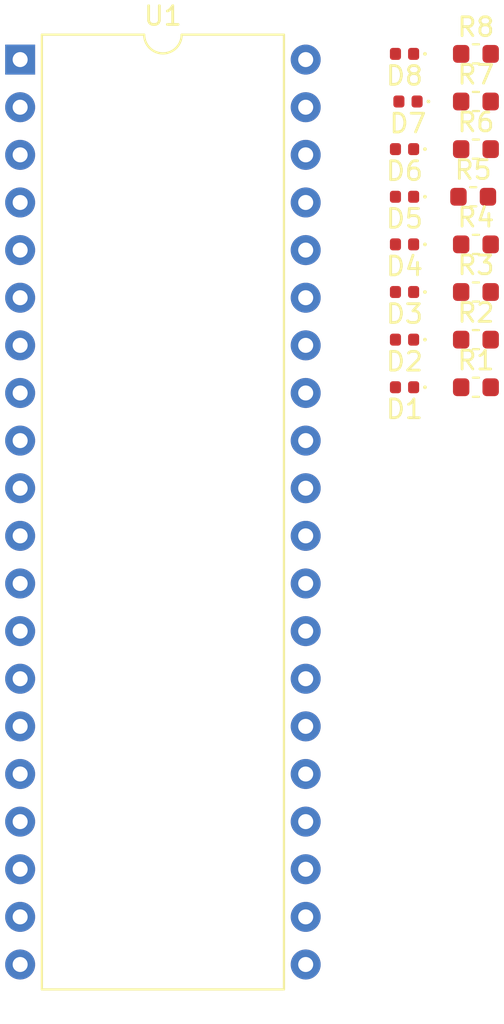
<source format=kicad_pcb>
(kicad_pcb (version 20171130) (host pcbnew "(5.0.0)")

  (general
    (thickness 1.6)
    (drawings 0)
    (tracks 0)
    (zones 0)
    (modules 17)
    (nets 47)
  )

  (page A4)
  (layers
    (0 F.Cu signal)
    (31 B.Cu signal)
    (32 B.Adhes user)
    (33 F.Adhes user)
    (34 B.Paste user)
    (35 F.Paste user)
    (36 B.SilkS user)
    (37 F.SilkS user)
    (38 B.Mask user)
    (39 F.Mask user)
    (40 Dwgs.User user)
    (41 Cmts.User user)
    (42 Eco1.User user)
    (43 Eco2.User user)
    (44 Edge.Cuts user)
    (45 Margin user)
    (46 B.CrtYd user)
    (47 F.CrtYd user)
    (48 B.Fab user)
    (49 F.Fab user)
  )

  (setup
    (last_trace_width 0.25)
    (trace_clearance 0.2)
    (zone_clearance 0.508)
    (zone_45_only no)
    (trace_min 0.2)
    (segment_width 0.2)
    (edge_width 0.15)
    (via_size 0.8)
    (via_drill 0.4)
    (via_min_size 0.4)
    (via_min_drill 0.3)
    (uvia_size 0.3)
    (uvia_drill 0.1)
    (uvias_allowed no)
    (uvia_min_size 0.2)
    (uvia_min_drill 0.1)
    (pcb_text_width 0.3)
    (pcb_text_size 1.5 1.5)
    (mod_edge_width 0.15)
    (mod_text_size 1 1)
    (mod_text_width 0.15)
    (pad_size 1.524 1.524)
    (pad_drill 0.762)
    (pad_to_mask_clearance 0.2)
    (aux_axis_origin 0 0)
    (visible_elements FFFFFF7F)
    (pcbplotparams
      (layerselection 0x010fc_ffffffff)
      (usegerberextensions false)
      (usegerberattributes false)
      (usegerberadvancedattributes false)
      (creategerberjobfile false)
      (excludeedgelayer true)
      (linewidth 0.100000)
      (plotframeref false)
      (viasonmask false)
      (mode 1)
      (useauxorigin false)
      (hpglpennumber 1)
      (hpglpenspeed 20)
      (hpglpendiameter 15.000000)
      (psnegative false)
      (psa4output false)
      (plotreference true)
      (plotvalue true)
      (plotinvisibletext false)
      (padsonsilk false)
      (subtractmaskfromsilk false)
      (outputformat 1)
      (mirror false)
      (drillshape 1)
      (scaleselection 1)
      (outputdirectory ""))
  )

  (net 0 "")
  (net 1 "Net-(D1-Pad2)")
  (net 2 "Net-(D1-Pad1)")
  (net 3 "Net-(D2-Pad1)")
  (net 4 "Net-(D2-Pad2)")
  (net 5 "Net-(D3-Pad2)")
  (net 6 "Net-(D3-Pad1)")
  (net 7 "Net-(D4-Pad1)")
  (net 8 "Net-(D4-Pad2)")
  (net 9 "Net-(D5-Pad2)")
  (net 10 "Net-(D5-Pad1)")
  (net 11 "Net-(D6-Pad1)")
  (net 12 "Net-(D6-Pad2)")
  (net 13 "Net-(D7-Pad2)")
  (net 14 "Net-(D7-Pad1)")
  (net 15 "Net-(D8-Pad1)")
  (net 16 "Net-(D8-Pad2)")
  (net 17 GND)
  (net 18 "Net-(U1-Pad1)")
  (net 19 "Net-(U1-Pad21)")
  (net 20 "Net-(U1-Pad2)")
  (net 21 "Net-(U1-Pad22)")
  (net 22 "Net-(U1-Pad3)")
  (net 23 "Net-(U1-Pad23)")
  (net 24 "Net-(U1-Pad4)")
  (net 25 "Net-(U1-Pad24)")
  (net 26 "Net-(U1-Pad5)")
  (net 27 "Net-(U1-Pad25)")
  (net 28 "Net-(U1-Pad6)")
  (net 29 "Net-(U1-Pad26)")
  (net 30 "Net-(U1-Pad7)")
  (net 31 "Net-(U1-Pad27)")
  (net 32 "Net-(U1-Pad8)")
  (net 33 "Net-(U1-Pad28)")
  (net 34 "Net-(U1-Pad9)")
  (net 35 "Net-(U1-Pad29)")
  (net 36 "Net-(U1-Pad10)")
  (net 37 "Net-(U1-Pad30)")
  (net 38 +5V)
  (net 39 "Net-(U1-Pad13)")
  (net 40 "Net-(U1-Pad14)")
  (net 41 "Net-(U1-Pad15)")
  (net 42 "Net-(U1-Pad16)")
  (net 43 "Net-(U1-Pad17)")
  (net 44 "Net-(U1-Pad18)")
  (net 45 "Net-(U1-Pad19)")
  (net 46 "Net-(U1-Pad20)")

  (net_class Default "Esta es la clase de red por defecto."
    (clearance 0.2)
    (trace_width 0.25)
    (via_dia 0.8)
    (via_drill 0.4)
    (uvia_dia 0.3)
    (uvia_drill 0.1)
    (add_net +5V)
    (add_net GND)
    (add_net "Net-(D1-Pad1)")
    (add_net "Net-(D1-Pad2)")
    (add_net "Net-(D2-Pad1)")
    (add_net "Net-(D2-Pad2)")
    (add_net "Net-(D3-Pad1)")
    (add_net "Net-(D3-Pad2)")
    (add_net "Net-(D4-Pad1)")
    (add_net "Net-(D4-Pad2)")
    (add_net "Net-(D5-Pad1)")
    (add_net "Net-(D5-Pad2)")
    (add_net "Net-(D6-Pad1)")
    (add_net "Net-(D6-Pad2)")
    (add_net "Net-(D7-Pad1)")
    (add_net "Net-(D7-Pad2)")
    (add_net "Net-(D8-Pad1)")
    (add_net "Net-(D8-Pad2)")
    (add_net "Net-(U1-Pad1)")
    (add_net "Net-(U1-Pad10)")
    (add_net "Net-(U1-Pad13)")
    (add_net "Net-(U1-Pad14)")
    (add_net "Net-(U1-Pad15)")
    (add_net "Net-(U1-Pad16)")
    (add_net "Net-(U1-Pad17)")
    (add_net "Net-(U1-Pad18)")
    (add_net "Net-(U1-Pad19)")
    (add_net "Net-(U1-Pad2)")
    (add_net "Net-(U1-Pad20)")
    (add_net "Net-(U1-Pad21)")
    (add_net "Net-(U1-Pad22)")
    (add_net "Net-(U1-Pad23)")
    (add_net "Net-(U1-Pad24)")
    (add_net "Net-(U1-Pad25)")
    (add_net "Net-(U1-Pad26)")
    (add_net "Net-(U1-Pad27)")
    (add_net "Net-(U1-Pad28)")
    (add_net "Net-(U1-Pad29)")
    (add_net "Net-(U1-Pad3)")
    (add_net "Net-(U1-Pad30)")
    (add_net "Net-(U1-Pad4)")
    (add_net "Net-(U1-Pad5)")
    (add_net "Net-(U1-Pad6)")
    (add_net "Net-(U1-Pad7)")
    (add_net "Net-(U1-Pad8)")
    (add_net "Net-(U1-Pad9)")
  )

  (module LED_SMD:LED_0402_1005Metric (layer F.Cu) (tedit 5B301BBE) (tstamp 5BBDA6E4)
    (at 138.43 106.68 180)
    (descr "LED SMD 0402 (1005 Metric), square (rectangular) end terminal, IPC_7351 nominal, (Body size source: http://www.tortai-tech.com/upload/download/2011102023233369053.pdf), generated with kicad-footprint-generator")
    (tags LED)
    (path /5BB1513E)
    (attr smd)
    (fp_text reference D1 (at 0 -1.17 180) (layer F.SilkS)
      (effects (font (size 1 1) (thickness 0.15)))
    )
    (fp_text value LED (at 0 1.17 180) (layer F.Fab)
      (effects (font (size 1 1) (thickness 0.15)))
    )
    (fp_text user %R (at 0 0 180) (layer F.Fab)
      (effects (font (size 0.25 0.25) (thickness 0.04)))
    )
    (fp_line (start 0.93 0.47) (end -0.93 0.47) (layer F.CrtYd) (width 0.05))
    (fp_line (start 0.93 -0.47) (end 0.93 0.47) (layer F.CrtYd) (width 0.05))
    (fp_line (start -0.93 -0.47) (end 0.93 -0.47) (layer F.CrtYd) (width 0.05))
    (fp_line (start -0.93 0.47) (end -0.93 -0.47) (layer F.CrtYd) (width 0.05))
    (fp_line (start -0.3 0.25) (end -0.3 -0.25) (layer F.Fab) (width 0.1))
    (fp_line (start -0.4 0.25) (end -0.4 -0.25) (layer F.Fab) (width 0.1))
    (fp_line (start 0.5 0.25) (end -0.5 0.25) (layer F.Fab) (width 0.1))
    (fp_line (start 0.5 -0.25) (end 0.5 0.25) (layer F.Fab) (width 0.1))
    (fp_line (start -0.5 -0.25) (end 0.5 -0.25) (layer F.Fab) (width 0.1))
    (fp_line (start -0.5 0.25) (end -0.5 -0.25) (layer F.Fab) (width 0.1))
    (fp_circle (center -1.09 0) (end -1.04 0) (layer F.SilkS) (width 0.1))
    (pad 2 smd roundrect (at 0.485 0 180) (size 0.59 0.64) (layers F.Cu F.Paste F.Mask) (roundrect_rratio 0.25)
      (net 1 "Net-(D1-Pad2)"))
    (pad 1 smd roundrect (at -0.485 0 180) (size 0.59 0.64) (layers F.Cu F.Paste F.Mask) (roundrect_rratio 0.25)
      (net 2 "Net-(D1-Pad1)"))
    (model ${KISYS3DMOD}/LED_SMD.3dshapes/LED_0402_1005Metric.wrl
      (at (xyz 0 0 0))
      (scale (xyz 1 1 1))
      (rotate (xyz 0 0 0))
    )
  )

  (module LED_SMD:LED_0402_1005Metric (layer F.Cu) (tedit 5B301BBE) (tstamp 5BBDA6F6)
    (at 138.43 104.14 180)
    (descr "LED SMD 0402 (1005 Metric), square (rectangular) end terminal, IPC_7351 nominal, (Body size source: http://www.tortai-tech.com/upload/download/2011102023233369053.pdf), generated with kicad-footprint-generator")
    (tags LED)
    (path /5BB150C5)
    (attr smd)
    (fp_text reference D2 (at 0 -1.17 180) (layer F.SilkS)
      (effects (font (size 1 1) (thickness 0.15)))
    )
    (fp_text value LED (at 0 1.17 180) (layer F.Fab)
      (effects (font (size 1 1) (thickness 0.15)))
    )
    (fp_circle (center -1.09 0) (end -1.04 0) (layer F.SilkS) (width 0.1))
    (fp_line (start -0.5 0.25) (end -0.5 -0.25) (layer F.Fab) (width 0.1))
    (fp_line (start -0.5 -0.25) (end 0.5 -0.25) (layer F.Fab) (width 0.1))
    (fp_line (start 0.5 -0.25) (end 0.5 0.25) (layer F.Fab) (width 0.1))
    (fp_line (start 0.5 0.25) (end -0.5 0.25) (layer F.Fab) (width 0.1))
    (fp_line (start -0.4 0.25) (end -0.4 -0.25) (layer F.Fab) (width 0.1))
    (fp_line (start -0.3 0.25) (end -0.3 -0.25) (layer F.Fab) (width 0.1))
    (fp_line (start -0.93 0.47) (end -0.93 -0.47) (layer F.CrtYd) (width 0.05))
    (fp_line (start -0.93 -0.47) (end 0.93 -0.47) (layer F.CrtYd) (width 0.05))
    (fp_line (start 0.93 -0.47) (end 0.93 0.47) (layer F.CrtYd) (width 0.05))
    (fp_line (start 0.93 0.47) (end -0.93 0.47) (layer F.CrtYd) (width 0.05))
    (fp_text user %R (at 0 0 180) (layer F.Fab)
      (effects (font (size 0.25 0.25) (thickness 0.04)))
    )
    (pad 1 smd roundrect (at -0.485 0 180) (size 0.59 0.64) (layers F.Cu F.Paste F.Mask) (roundrect_rratio 0.25)
      (net 3 "Net-(D2-Pad1)"))
    (pad 2 smd roundrect (at 0.485 0 180) (size 0.59 0.64) (layers F.Cu F.Paste F.Mask) (roundrect_rratio 0.25)
      (net 4 "Net-(D2-Pad2)"))
    (model ${KISYS3DMOD}/LED_SMD.3dshapes/LED_0402_1005Metric.wrl
      (at (xyz 0 0 0))
      (scale (xyz 1 1 1))
      (rotate (xyz 0 0 0))
    )
  )

  (module LED_SMD:LED_0402_1005Metric (layer F.Cu) (tedit 5B301BBE) (tstamp 5BBDA708)
    (at 138.43 101.6 180)
    (descr "LED SMD 0402 (1005 Metric), square (rectangular) end terminal, IPC_7351 nominal, (Body size source: http://www.tortai-tech.com/upload/download/2011102023233369053.pdf), generated with kicad-footprint-generator")
    (tags LED)
    (path /5BB14E7C)
    (attr smd)
    (fp_text reference D3 (at 0 -1.17 180) (layer F.SilkS)
      (effects (font (size 1 1) (thickness 0.15)))
    )
    (fp_text value LED (at 0 1.17 180) (layer F.Fab)
      (effects (font (size 1 1) (thickness 0.15)))
    )
    (fp_text user %R (at 0 0 180) (layer F.Fab)
      (effects (font (size 0.25 0.25) (thickness 0.04)))
    )
    (fp_line (start 0.93 0.47) (end -0.93 0.47) (layer F.CrtYd) (width 0.05))
    (fp_line (start 0.93 -0.47) (end 0.93 0.47) (layer F.CrtYd) (width 0.05))
    (fp_line (start -0.93 -0.47) (end 0.93 -0.47) (layer F.CrtYd) (width 0.05))
    (fp_line (start -0.93 0.47) (end -0.93 -0.47) (layer F.CrtYd) (width 0.05))
    (fp_line (start -0.3 0.25) (end -0.3 -0.25) (layer F.Fab) (width 0.1))
    (fp_line (start -0.4 0.25) (end -0.4 -0.25) (layer F.Fab) (width 0.1))
    (fp_line (start 0.5 0.25) (end -0.5 0.25) (layer F.Fab) (width 0.1))
    (fp_line (start 0.5 -0.25) (end 0.5 0.25) (layer F.Fab) (width 0.1))
    (fp_line (start -0.5 -0.25) (end 0.5 -0.25) (layer F.Fab) (width 0.1))
    (fp_line (start -0.5 0.25) (end -0.5 -0.25) (layer F.Fab) (width 0.1))
    (fp_circle (center -1.09 0) (end -1.04 0) (layer F.SilkS) (width 0.1))
    (pad 2 smd roundrect (at 0.485 0 180) (size 0.59 0.64) (layers F.Cu F.Paste F.Mask) (roundrect_rratio 0.25)
      (net 5 "Net-(D3-Pad2)"))
    (pad 1 smd roundrect (at -0.485 0 180) (size 0.59 0.64) (layers F.Cu F.Paste F.Mask) (roundrect_rratio 0.25)
      (net 6 "Net-(D3-Pad1)"))
    (model ${KISYS3DMOD}/LED_SMD.3dshapes/LED_0402_1005Metric.wrl
      (at (xyz 0 0 0))
      (scale (xyz 1 1 1))
      (rotate (xyz 0 0 0))
    )
  )

  (module LED_SMD:LED_0402_1005Metric (layer F.Cu) (tedit 5B301BBE) (tstamp 5BBDA71A)
    (at 138.43 99.06 180)
    (descr "LED SMD 0402 (1005 Metric), square (rectangular) end terminal, IPC_7351 nominal, (Body size source: http://www.tortai-tech.com/upload/download/2011102023233369053.pdf), generated with kicad-footprint-generator")
    (tags LED)
    (path /5BB14EED)
    (attr smd)
    (fp_text reference D4 (at 0 -1.17 180) (layer F.SilkS)
      (effects (font (size 1 1) (thickness 0.15)))
    )
    (fp_text value LED (at 0 1.17 180) (layer F.Fab)
      (effects (font (size 1 1) (thickness 0.15)))
    )
    (fp_circle (center -1.09 0) (end -1.04 0) (layer F.SilkS) (width 0.1))
    (fp_line (start -0.5 0.25) (end -0.5 -0.25) (layer F.Fab) (width 0.1))
    (fp_line (start -0.5 -0.25) (end 0.5 -0.25) (layer F.Fab) (width 0.1))
    (fp_line (start 0.5 -0.25) (end 0.5 0.25) (layer F.Fab) (width 0.1))
    (fp_line (start 0.5 0.25) (end -0.5 0.25) (layer F.Fab) (width 0.1))
    (fp_line (start -0.4 0.25) (end -0.4 -0.25) (layer F.Fab) (width 0.1))
    (fp_line (start -0.3 0.25) (end -0.3 -0.25) (layer F.Fab) (width 0.1))
    (fp_line (start -0.93 0.47) (end -0.93 -0.47) (layer F.CrtYd) (width 0.05))
    (fp_line (start -0.93 -0.47) (end 0.93 -0.47) (layer F.CrtYd) (width 0.05))
    (fp_line (start 0.93 -0.47) (end 0.93 0.47) (layer F.CrtYd) (width 0.05))
    (fp_line (start 0.93 0.47) (end -0.93 0.47) (layer F.CrtYd) (width 0.05))
    (fp_text user %R (at 0 0 180) (layer F.Fab)
      (effects (font (size 0.25 0.25) (thickness 0.04)))
    )
    (pad 1 smd roundrect (at -0.485 0 180) (size 0.59 0.64) (layers F.Cu F.Paste F.Mask) (roundrect_rratio 0.25)
      (net 7 "Net-(D4-Pad1)"))
    (pad 2 smd roundrect (at 0.485 0 180) (size 0.59 0.64) (layers F.Cu F.Paste F.Mask) (roundrect_rratio 0.25)
      (net 8 "Net-(D4-Pad2)"))
    (model ${KISYS3DMOD}/LED_SMD.3dshapes/LED_0402_1005Metric.wrl
      (at (xyz 0 0 0))
      (scale (xyz 1 1 1))
      (rotate (xyz 0 0 0))
    )
  )

  (module LED_SMD:LED_0402_1005Metric (layer F.Cu) (tedit 5B301BBE) (tstamp 5BBDA72C)
    (at 138.43 96.52 180)
    (descr "LED SMD 0402 (1005 Metric), square (rectangular) end terminal, IPC_7351 nominal, (Body size source: http://www.tortai-tech.com/upload/download/2011102023233369053.pdf), generated with kicad-footprint-generator")
    (tags LED)
    (path /5BB14F46)
    (attr smd)
    (fp_text reference D5 (at 0 -1.17 180) (layer F.SilkS)
      (effects (font (size 1 1) (thickness 0.15)))
    )
    (fp_text value LED (at 0 1.17 180) (layer F.Fab)
      (effects (font (size 1 1) (thickness 0.15)))
    )
    (fp_text user %R (at 0 0 180) (layer F.Fab)
      (effects (font (size 0.25 0.25) (thickness 0.04)))
    )
    (fp_line (start 0.93 0.47) (end -0.93 0.47) (layer F.CrtYd) (width 0.05))
    (fp_line (start 0.93 -0.47) (end 0.93 0.47) (layer F.CrtYd) (width 0.05))
    (fp_line (start -0.93 -0.47) (end 0.93 -0.47) (layer F.CrtYd) (width 0.05))
    (fp_line (start -0.93 0.47) (end -0.93 -0.47) (layer F.CrtYd) (width 0.05))
    (fp_line (start -0.3 0.25) (end -0.3 -0.25) (layer F.Fab) (width 0.1))
    (fp_line (start -0.4 0.25) (end -0.4 -0.25) (layer F.Fab) (width 0.1))
    (fp_line (start 0.5 0.25) (end -0.5 0.25) (layer F.Fab) (width 0.1))
    (fp_line (start 0.5 -0.25) (end 0.5 0.25) (layer F.Fab) (width 0.1))
    (fp_line (start -0.5 -0.25) (end 0.5 -0.25) (layer F.Fab) (width 0.1))
    (fp_line (start -0.5 0.25) (end -0.5 -0.25) (layer F.Fab) (width 0.1))
    (fp_circle (center -1.09 0) (end -1.04 0) (layer F.SilkS) (width 0.1))
    (pad 2 smd roundrect (at 0.485 0 180) (size 0.59 0.64) (layers F.Cu F.Paste F.Mask) (roundrect_rratio 0.25)
      (net 9 "Net-(D5-Pad2)"))
    (pad 1 smd roundrect (at -0.485 0 180) (size 0.59 0.64) (layers F.Cu F.Paste F.Mask) (roundrect_rratio 0.25)
      (net 10 "Net-(D5-Pad1)"))
    (model ${KISYS3DMOD}/LED_SMD.3dshapes/LED_0402_1005Metric.wrl
      (at (xyz 0 0 0))
      (scale (xyz 1 1 1))
      (rotate (xyz 0 0 0))
    )
  )

  (module LED_SMD:LED_0402_1005Metric (layer F.Cu) (tedit 5B301BBE) (tstamp 5BBDA73E)
    (at 138.43 93.98 180)
    (descr "LED SMD 0402 (1005 Metric), square (rectangular) end terminal, IPC_7351 nominal, (Body size source: http://www.tortai-tech.com/upload/download/2011102023233369053.pdf), generated with kicad-footprint-generator")
    (tags LED)
    (path /5BB14FA3)
    (attr smd)
    (fp_text reference D6 (at 0 -1.17 180) (layer F.SilkS)
      (effects (font (size 1 1) (thickness 0.15)))
    )
    (fp_text value LED (at 0 1.17 180) (layer F.Fab)
      (effects (font (size 1 1) (thickness 0.15)))
    )
    (fp_circle (center -1.09 0) (end -1.04 0) (layer F.SilkS) (width 0.1))
    (fp_line (start -0.5 0.25) (end -0.5 -0.25) (layer F.Fab) (width 0.1))
    (fp_line (start -0.5 -0.25) (end 0.5 -0.25) (layer F.Fab) (width 0.1))
    (fp_line (start 0.5 -0.25) (end 0.5 0.25) (layer F.Fab) (width 0.1))
    (fp_line (start 0.5 0.25) (end -0.5 0.25) (layer F.Fab) (width 0.1))
    (fp_line (start -0.4 0.25) (end -0.4 -0.25) (layer F.Fab) (width 0.1))
    (fp_line (start -0.3 0.25) (end -0.3 -0.25) (layer F.Fab) (width 0.1))
    (fp_line (start -0.93 0.47) (end -0.93 -0.47) (layer F.CrtYd) (width 0.05))
    (fp_line (start -0.93 -0.47) (end 0.93 -0.47) (layer F.CrtYd) (width 0.05))
    (fp_line (start 0.93 -0.47) (end 0.93 0.47) (layer F.CrtYd) (width 0.05))
    (fp_line (start 0.93 0.47) (end -0.93 0.47) (layer F.CrtYd) (width 0.05))
    (fp_text user %R (at 0 0 180) (layer F.Fab)
      (effects (font (size 0.25 0.25) (thickness 0.04)))
    )
    (pad 1 smd roundrect (at -0.485 0 180) (size 0.59 0.64) (layers F.Cu F.Paste F.Mask) (roundrect_rratio 0.25)
      (net 11 "Net-(D6-Pad1)"))
    (pad 2 smd roundrect (at 0.485 0 180) (size 0.59 0.64) (layers F.Cu F.Paste F.Mask) (roundrect_rratio 0.25)
      (net 12 "Net-(D6-Pad2)"))
    (model ${KISYS3DMOD}/LED_SMD.3dshapes/LED_0402_1005Metric.wrl
      (at (xyz 0 0 0))
      (scale (xyz 1 1 1))
      (rotate (xyz 0 0 0))
    )
  )

  (module LED_SMD:LED_0402_1005Metric (layer F.Cu) (tedit 5B301BBE) (tstamp 5BBDA750)
    (at 138.615 91.44 180)
    (descr "LED SMD 0402 (1005 Metric), square (rectangular) end terminal, IPC_7351 nominal, (Body size source: http://www.tortai-tech.com/upload/download/2011102023233369053.pdf), generated with kicad-footprint-generator")
    (tags LED)
    (path /5BB15008)
    (attr smd)
    (fp_text reference D7 (at 0 -1.17 180) (layer F.SilkS)
      (effects (font (size 1 1) (thickness 0.15)))
    )
    (fp_text value LED (at 0 1.17 180) (layer F.Fab)
      (effects (font (size 1 1) (thickness 0.15)))
    )
    (fp_text user %R (at 0 0 180) (layer F.Fab)
      (effects (font (size 0.25 0.25) (thickness 0.04)))
    )
    (fp_line (start 0.93 0.47) (end -0.93 0.47) (layer F.CrtYd) (width 0.05))
    (fp_line (start 0.93 -0.47) (end 0.93 0.47) (layer F.CrtYd) (width 0.05))
    (fp_line (start -0.93 -0.47) (end 0.93 -0.47) (layer F.CrtYd) (width 0.05))
    (fp_line (start -0.93 0.47) (end -0.93 -0.47) (layer F.CrtYd) (width 0.05))
    (fp_line (start -0.3 0.25) (end -0.3 -0.25) (layer F.Fab) (width 0.1))
    (fp_line (start -0.4 0.25) (end -0.4 -0.25) (layer F.Fab) (width 0.1))
    (fp_line (start 0.5 0.25) (end -0.5 0.25) (layer F.Fab) (width 0.1))
    (fp_line (start 0.5 -0.25) (end 0.5 0.25) (layer F.Fab) (width 0.1))
    (fp_line (start -0.5 -0.25) (end 0.5 -0.25) (layer F.Fab) (width 0.1))
    (fp_line (start -0.5 0.25) (end -0.5 -0.25) (layer F.Fab) (width 0.1))
    (fp_circle (center -1.09 0) (end -1.04 0) (layer F.SilkS) (width 0.1))
    (pad 2 smd roundrect (at 0.485 0 180) (size 0.59 0.64) (layers F.Cu F.Paste F.Mask) (roundrect_rratio 0.25)
      (net 13 "Net-(D7-Pad2)"))
    (pad 1 smd roundrect (at -0.485 0 180) (size 0.59 0.64) (layers F.Cu F.Paste F.Mask) (roundrect_rratio 0.25)
      (net 14 "Net-(D7-Pad1)"))
    (model ${KISYS3DMOD}/LED_SMD.3dshapes/LED_0402_1005Metric.wrl
      (at (xyz 0 0 0))
      (scale (xyz 1 1 1))
      (rotate (xyz 0 0 0))
    )
  )

  (module LED_SMD:LED_0402_1005Metric (layer F.Cu) (tedit 5B301BBE) (tstamp 5BBDA762)
    (at 138.43 88.9 180)
    (descr "LED SMD 0402 (1005 Metric), square (rectangular) end terminal, IPC_7351 nominal, (Body size source: http://www.tortai-tech.com/upload/download/2011102023233369053.pdf), generated with kicad-footprint-generator")
    (tags LED)
    (path /5BB15848)
    (attr smd)
    (fp_text reference D8 (at 0 -1.17 180) (layer F.SilkS)
      (effects (font (size 1 1) (thickness 0.15)))
    )
    (fp_text value LED (at 0 1.17 180) (layer F.Fab)
      (effects (font (size 1 1) (thickness 0.15)))
    )
    (fp_circle (center -1.09 0) (end -1.04 0) (layer F.SilkS) (width 0.1))
    (fp_line (start -0.5 0.25) (end -0.5 -0.25) (layer F.Fab) (width 0.1))
    (fp_line (start -0.5 -0.25) (end 0.5 -0.25) (layer F.Fab) (width 0.1))
    (fp_line (start 0.5 -0.25) (end 0.5 0.25) (layer F.Fab) (width 0.1))
    (fp_line (start 0.5 0.25) (end -0.5 0.25) (layer F.Fab) (width 0.1))
    (fp_line (start -0.4 0.25) (end -0.4 -0.25) (layer F.Fab) (width 0.1))
    (fp_line (start -0.3 0.25) (end -0.3 -0.25) (layer F.Fab) (width 0.1))
    (fp_line (start -0.93 0.47) (end -0.93 -0.47) (layer F.CrtYd) (width 0.05))
    (fp_line (start -0.93 -0.47) (end 0.93 -0.47) (layer F.CrtYd) (width 0.05))
    (fp_line (start 0.93 -0.47) (end 0.93 0.47) (layer F.CrtYd) (width 0.05))
    (fp_line (start 0.93 0.47) (end -0.93 0.47) (layer F.CrtYd) (width 0.05))
    (fp_text user %R (at 0 0 180) (layer F.Fab)
      (effects (font (size 0.25 0.25) (thickness 0.04)))
    )
    (pad 1 smd roundrect (at -0.485 0 180) (size 0.59 0.64) (layers F.Cu F.Paste F.Mask) (roundrect_rratio 0.25)
      (net 15 "Net-(D8-Pad1)"))
    (pad 2 smd roundrect (at 0.485 0 180) (size 0.59 0.64) (layers F.Cu F.Paste F.Mask) (roundrect_rratio 0.25)
      (net 16 "Net-(D8-Pad2)"))
    (model ${KISYS3DMOD}/LED_SMD.3dshapes/LED_0402_1005Metric.wrl
      (at (xyz 0 0 0))
      (scale (xyz 1 1 1))
      (rotate (xyz 0 0 0))
    )
  )

  (module Resistor_SMD:R_0603_1608Metric (layer F.Cu) (tedit 5B301BBD) (tstamp 5BBDA773)
    (at 142.24 106.68)
    (descr "Resistor SMD 0603 (1608 Metric), square (rectangular) end terminal, IPC_7351 nominal, (Body size source: http://www.tortai-tech.com/upload/download/2011102023233369053.pdf), generated with kicad-footprint-generator")
    (tags resistor)
    (path /5BB15D21)
    (attr smd)
    (fp_text reference R1 (at 0 -1.43) (layer F.SilkS)
      (effects (font (size 1 1) (thickness 0.15)))
    )
    (fp_text value R (at 0 1.43) (layer F.Fab)
      (effects (font (size 1 1) (thickness 0.15)))
    )
    (fp_text user %R (at 0 0) (layer F.Fab)
      (effects (font (size 0.4 0.4) (thickness 0.06)))
    )
    (fp_line (start 1.48 0.73) (end -1.48 0.73) (layer F.CrtYd) (width 0.05))
    (fp_line (start 1.48 -0.73) (end 1.48 0.73) (layer F.CrtYd) (width 0.05))
    (fp_line (start -1.48 -0.73) (end 1.48 -0.73) (layer F.CrtYd) (width 0.05))
    (fp_line (start -1.48 0.73) (end -1.48 -0.73) (layer F.CrtYd) (width 0.05))
    (fp_line (start -0.162779 0.51) (end 0.162779 0.51) (layer F.SilkS) (width 0.12))
    (fp_line (start -0.162779 -0.51) (end 0.162779 -0.51) (layer F.SilkS) (width 0.12))
    (fp_line (start 0.8 0.4) (end -0.8 0.4) (layer F.Fab) (width 0.1))
    (fp_line (start 0.8 -0.4) (end 0.8 0.4) (layer F.Fab) (width 0.1))
    (fp_line (start -0.8 -0.4) (end 0.8 -0.4) (layer F.Fab) (width 0.1))
    (fp_line (start -0.8 0.4) (end -0.8 -0.4) (layer F.Fab) (width 0.1))
    (pad 2 smd roundrect (at 0.7875 0) (size 0.875 0.95) (layers F.Cu F.Paste F.Mask) (roundrect_rratio 0.25)
      (net 17 GND))
    (pad 1 smd roundrect (at -0.7875 0) (size 0.875 0.95) (layers F.Cu F.Paste F.Mask) (roundrect_rratio 0.25)
      (net 2 "Net-(D1-Pad1)"))
    (model ${KISYS3DMOD}/Resistor_SMD.3dshapes/R_0603_1608Metric.wrl
      (at (xyz 0 0 0))
      (scale (xyz 1 1 1))
      (rotate (xyz 0 0 0))
    )
  )

  (module Resistor_SMD:R_0603_1608Metric (layer F.Cu) (tedit 5B301BBD) (tstamp 5BBDA784)
    (at 142.24 104.14)
    (descr "Resistor SMD 0603 (1608 Metric), square (rectangular) end terminal, IPC_7351 nominal, (Body size source: http://www.tortai-tech.com/upload/download/2011102023233369053.pdf), generated with kicad-footprint-generator")
    (tags resistor)
    (path /5BB1671E)
    (attr smd)
    (fp_text reference R2 (at 0 -1.43) (layer F.SilkS)
      (effects (font (size 1 1) (thickness 0.15)))
    )
    (fp_text value R (at 0 1.43) (layer F.Fab)
      (effects (font (size 1 1) (thickness 0.15)))
    )
    (fp_line (start -0.8 0.4) (end -0.8 -0.4) (layer F.Fab) (width 0.1))
    (fp_line (start -0.8 -0.4) (end 0.8 -0.4) (layer F.Fab) (width 0.1))
    (fp_line (start 0.8 -0.4) (end 0.8 0.4) (layer F.Fab) (width 0.1))
    (fp_line (start 0.8 0.4) (end -0.8 0.4) (layer F.Fab) (width 0.1))
    (fp_line (start -0.162779 -0.51) (end 0.162779 -0.51) (layer F.SilkS) (width 0.12))
    (fp_line (start -0.162779 0.51) (end 0.162779 0.51) (layer F.SilkS) (width 0.12))
    (fp_line (start -1.48 0.73) (end -1.48 -0.73) (layer F.CrtYd) (width 0.05))
    (fp_line (start -1.48 -0.73) (end 1.48 -0.73) (layer F.CrtYd) (width 0.05))
    (fp_line (start 1.48 -0.73) (end 1.48 0.73) (layer F.CrtYd) (width 0.05))
    (fp_line (start 1.48 0.73) (end -1.48 0.73) (layer F.CrtYd) (width 0.05))
    (fp_text user %R (at 0 0) (layer F.Fab)
      (effects (font (size 0.4 0.4) (thickness 0.06)))
    )
    (pad 1 smd roundrect (at -0.7875 0) (size 0.875 0.95) (layers F.Cu F.Paste F.Mask) (roundrect_rratio 0.25)
      (net 3 "Net-(D2-Pad1)"))
    (pad 2 smd roundrect (at 0.7875 0) (size 0.875 0.95) (layers F.Cu F.Paste F.Mask) (roundrect_rratio 0.25)
      (net 17 GND))
    (model ${KISYS3DMOD}/Resistor_SMD.3dshapes/R_0603_1608Metric.wrl
      (at (xyz 0 0 0))
      (scale (xyz 1 1 1))
      (rotate (xyz 0 0 0))
    )
  )

  (module Resistor_SMD:R_0603_1608Metric (layer F.Cu) (tedit 5B301BBD) (tstamp 5BBDA795)
    (at 142.24 101.6)
    (descr "Resistor SMD 0603 (1608 Metric), square (rectangular) end terminal, IPC_7351 nominal, (Body size source: http://www.tortai-tech.com/upload/download/2011102023233369053.pdf), generated with kicad-footprint-generator")
    (tags resistor)
    (path /5BB16A03)
    (attr smd)
    (fp_text reference R3 (at 0 -1.43) (layer F.SilkS)
      (effects (font (size 1 1) (thickness 0.15)))
    )
    (fp_text value R (at 0 1.43) (layer F.Fab)
      (effects (font (size 1 1) (thickness 0.15)))
    )
    (fp_text user %R (at 0 0) (layer F.Fab)
      (effects (font (size 0.4 0.4) (thickness 0.06)))
    )
    (fp_line (start 1.48 0.73) (end -1.48 0.73) (layer F.CrtYd) (width 0.05))
    (fp_line (start 1.48 -0.73) (end 1.48 0.73) (layer F.CrtYd) (width 0.05))
    (fp_line (start -1.48 -0.73) (end 1.48 -0.73) (layer F.CrtYd) (width 0.05))
    (fp_line (start -1.48 0.73) (end -1.48 -0.73) (layer F.CrtYd) (width 0.05))
    (fp_line (start -0.162779 0.51) (end 0.162779 0.51) (layer F.SilkS) (width 0.12))
    (fp_line (start -0.162779 -0.51) (end 0.162779 -0.51) (layer F.SilkS) (width 0.12))
    (fp_line (start 0.8 0.4) (end -0.8 0.4) (layer F.Fab) (width 0.1))
    (fp_line (start 0.8 -0.4) (end 0.8 0.4) (layer F.Fab) (width 0.1))
    (fp_line (start -0.8 -0.4) (end 0.8 -0.4) (layer F.Fab) (width 0.1))
    (fp_line (start -0.8 0.4) (end -0.8 -0.4) (layer F.Fab) (width 0.1))
    (pad 2 smd roundrect (at 0.7875 0) (size 0.875 0.95) (layers F.Cu F.Paste F.Mask) (roundrect_rratio 0.25)
      (net 17 GND))
    (pad 1 smd roundrect (at -0.7875 0) (size 0.875 0.95) (layers F.Cu F.Paste F.Mask) (roundrect_rratio 0.25)
      (net 6 "Net-(D3-Pad1)"))
    (model ${KISYS3DMOD}/Resistor_SMD.3dshapes/R_0603_1608Metric.wrl
      (at (xyz 0 0 0))
      (scale (xyz 1 1 1))
      (rotate (xyz 0 0 0))
    )
  )

  (module Resistor_SMD:R_0603_1608Metric (layer F.Cu) (tedit 5B301BBD) (tstamp 5BBDA7A6)
    (at 142.24 99.06)
    (descr "Resistor SMD 0603 (1608 Metric), square (rectangular) end terminal, IPC_7351 nominal, (Body size source: http://www.tortai-tech.com/upload/download/2011102023233369053.pdf), generated with kicad-footprint-generator")
    (tags resistor)
    (path /5BB16FE2)
    (attr smd)
    (fp_text reference R4 (at 0 -1.43) (layer F.SilkS)
      (effects (font (size 1 1) (thickness 0.15)))
    )
    (fp_text value R (at 0 1.43) (layer F.Fab)
      (effects (font (size 1 1) (thickness 0.15)))
    )
    (fp_line (start -0.8 0.4) (end -0.8 -0.4) (layer F.Fab) (width 0.1))
    (fp_line (start -0.8 -0.4) (end 0.8 -0.4) (layer F.Fab) (width 0.1))
    (fp_line (start 0.8 -0.4) (end 0.8 0.4) (layer F.Fab) (width 0.1))
    (fp_line (start 0.8 0.4) (end -0.8 0.4) (layer F.Fab) (width 0.1))
    (fp_line (start -0.162779 -0.51) (end 0.162779 -0.51) (layer F.SilkS) (width 0.12))
    (fp_line (start -0.162779 0.51) (end 0.162779 0.51) (layer F.SilkS) (width 0.12))
    (fp_line (start -1.48 0.73) (end -1.48 -0.73) (layer F.CrtYd) (width 0.05))
    (fp_line (start -1.48 -0.73) (end 1.48 -0.73) (layer F.CrtYd) (width 0.05))
    (fp_line (start 1.48 -0.73) (end 1.48 0.73) (layer F.CrtYd) (width 0.05))
    (fp_line (start 1.48 0.73) (end -1.48 0.73) (layer F.CrtYd) (width 0.05))
    (fp_text user %R (at 0 0) (layer F.Fab)
      (effects (font (size 0.4 0.4) (thickness 0.06)))
    )
    (pad 1 smd roundrect (at -0.7875 0) (size 0.875 0.95) (layers F.Cu F.Paste F.Mask) (roundrect_rratio 0.25)
      (net 7 "Net-(D4-Pad1)"))
    (pad 2 smd roundrect (at 0.7875 0) (size 0.875 0.95) (layers F.Cu F.Paste F.Mask) (roundrect_rratio 0.25)
      (net 17 GND))
    (model ${KISYS3DMOD}/Resistor_SMD.3dshapes/R_0603_1608Metric.wrl
      (at (xyz 0 0 0))
      (scale (xyz 1 1 1))
      (rotate (xyz 0 0 0))
    )
  )

  (module Resistor_SMD:R_0603_1608Metric (layer F.Cu) (tedit 5B301BBD) (tstamp 5BBDA7B7)
    (at 142.095001 96.52)
    (descr "Resistor SMD 0603 (1608 Metric), square (rectangular) end terminal, IPC_7351 nominal, (Body size source: http://www.tortai-tech.com/upload/download/2011102023233369053.pdf), generated with kicad-footprint-generator")
    (tags resistor)
    (path /5BB172C9)
    (attr smd)
    (fp_text reference R5 (at 0 -1.43) (layer F.SilkS)
      (effects (font (size 1 1) (thickness 0.15)))
    )
    (fp_text value R (at 0 1.43) (layer F.Fab)
      (effects (font (size 1 1) (thickness 0.15)))
    )
    (fp_text user %R (at 0 0) (layer F.Fab)
      (effects (font (size 0.4 0.4) (thickness 0.06)))
    )
    (fp_line (start 1.48 0.73) (end -1.48 0.73) (layer F.CrtYd) (width 0.05))
    (fp_line (start 1.48 -0.73) (end 1.48 0.73) (layer F.CrtYd) (width 0.05))
    (fp_line (start -1.48 -0.73) (end 1.48 -0.73) (layer F.CrtYd) (width 0.05))
    (fp_line (start -1.48 0.73) (end -1.48 -0.73) (layer F.CrtYd) (width 0.05))
    (fp_line (start -0.162779 0.51) (end 0.162779 0.51) (layer F.SilkS) (width 0.12))
    (fp_line (start -0.162779 -0.51) (end 0.162779 -0.51) (layer F.SilkS) (width 0.12))
    (fp_line (start 0.8 0.4) (end -0.8 0.4) (layer F.Fab) (width 0.1))
    (fp_line (start 0.8 -0.4) (end 0.8 0.4) (layer F.Fab) (width 0.1))
    (fp_line (start -0.8 -0.4) (end 0.8 -0.4) (layer F.Fab) (width 0.1))
    (fp_line (start -0.8 0.4) (end -0.8 -0.4) (layer F.Fab) (width 0.1))
    (pad 2 smd roundrect (at 0.7875 0) (size 0.875 0.95) (layers F.Cu F.Paste F.Mask) (roundrect_rratio 0.25)
      (net 17 GND))
    (pad 1 smd roundrect (at -0.7875 0) (size 0.875 0.95) (layers F.Cu F.Paste F.Mask) (roundrect_rratio 0.25)
      (net 10 "Net-(D5-Pad1)"))
    (model ${KISYS3DMOD}/Resistor_SMD.3dshapes/R_0603_1608Metric.wrl
      (at (xyz 0 0 0))
      (scale (xyz 1 1 1))
      (rotate (xyz 0 0 0))
    )
  )

  (module Resistor_SMD:R_0603_1608Metric (layer F.Cu) (tedit 5B301BBD) (tstamp 5BBDA7C8)
    (at 142.24 93.98)
    (descr "Resistor SMD 0603 (1608 Metric), square (rectangular) end terminal, IPC_7351 nominal, (Body size source: http://www.tortai-tech.com/upload/download/2011102023233369053.pdf), generated with kicad-footprint-generator")
    (tags resistor)
    (path /5BB175BD)
    (attr smd)
    (fp_text reference R6 (at 0 -1.43) (layer F.SilkS)
      (effects (font (size 1 1) (thickness 0.15)))
    )
    (fp_text value R (at 0 1.43) (layer F.Fab)
      (effects (font (size 1 1) (thickness 0.15)))
    )
    (fp_line (start -0.8 0.4) (end -0.8 -0.4) (layer F.Fab) (width 0.1))
    (fp_line (start -0.8 -0.4) (end 0.8 -0.4) (layer F.Fab) (width 0.1))
    (fp_line (start 0.8 -0.4) (end 0.8 0.4) (layer F.Fab) (width 0.1))
    (fp_line (start 0.8 0.4) (end -0.8 0.4) (layer F.Fab) (width 0.1))
    (fp_line (start -0.162779 -0.51) (end 0.162779 -0.51) (layer F.SilkS) (width 0.12))
    (fp_line (start -0.162779 0.51) (end 0.162779 0.51) (layer F.SilkS) (width 0.12))
    (fp_line (start -1.48 0.73) (end -1.48 -0.73) (layer F.CrtYd) (width 0.05))
    (fp_line (start -1.48 -0.73) (end 1.48 -0.73) (layer F.CrtYd) (width 0.05))
    (fp_line (start 1.48 -0.73) (end 1.48 0.73) (layer F.CrtYd) (width 0.05))
    (fp_line (start 1.48 0.73) (end -1.48 0.73) (layer F.CrtYd) (width 0.05))
    (fp_text user %R (at 0 0) (layer F.Fab)
      (effects (font (size 0.4 0.4) (thickness 0.06)))
    )
    (pad 1 smd roundrect (at -0.7875 0) (size 0.875 0.95) (layers F.Cu F.Paste F.Mask) (roundrect_rratio 0.25)
      (net 11 "Net-(D6-Pad1)"))
    (pad 2 smd roundrect (at 0.7875 0) (size 0.875 0.95) (layers F.Cu F.Paste F.Mask) (roundrect_rratio 0.25)
      (net 17 GND))
    (model ${KISYS3DMOD}/Resistor_SMD.3dshapes/R_0603_1608Metric.wrl
      (at (xyz 0 0 0))
      (scale (xyz 1 1 1))
      (rotate (xyz 0 0 0))
    )
  )

  (module Resistor_SMD:R_0603_1608Metric (layer F.Cu) (tedit 5B301BBD) (tstamp 5BBDA7D9)
    (at 142.24 91.44)
    (descr "Resistor SMD 0603 (1608 Metric), square (rectangular) end terminal, IPC_7351 nominal, (Body size source: http://www.tortai-tech.com/upload/download/2011102023233369053.pdf), generated with kicad-footprint-generator")
    (tags resistor)
    (path /5BB178C8)
    (attr smd)
    (fp_text reference R7 (at 0 -1.43) (layer F.SilkS)
      (effects (font (size 1 1) (thickness 0.15)))
    )
    (fp_text value R (at 0 1.43) (layer F.Fab)
      (effects (font (size 1 1) (thickness 0.15)))
    )
    (fp_text user %R (at 0 0) (layer F.Fab)
      (effects (font (size 0.4 0.4) (thickness 0.06)))
    )
    (fp_line (start 1.48 0.73) (end -1.48 0.73) (layer F.CrtYd) (width 0.05))
    (fp_line (start 1.48 -0.73) (end 1.48 0.73) (layer F.CrtYd) (width 0.05))
    (fp_line (start -1.48 -0.73) (end 1.48 -0.73) (layer F.CrtYd) (width 0.05))
    (fp_line (start -1.48 0.73) (end -1.48 -0.73) (layer F.CrtYd) (width 0.05))
    (fp_line (start -0.162779 0.51) (end 0.162779 0.51) (layer F.SilkS) (width 0.12))
    (fp_line (start -0.162779 -0.51) (end 0.162779 -0.51) (layer F.SilkS) (width 0.12))
    (fp_line (start 0.8 0.4) (end -0.8 0.4) (layer F.Fab) (width 0.1))
    (fp_line (start 0.8 -0.4) (end 0.8 0.4) (layer F.Fab) (width 0.1))
    (fp_line (start -0.8 -0.4) (end 0.8 -0.4) (layer F.Fab) (width 0.1))
    (fp_line (start -0.8 0.4) (end -0.8 -0.4) (layer F.Fab) (width 0.1))
    (pad 2 smd roundrect (at 0.7875 0) (size 0.875 0.95) (layers F.Cu F.Paste F.Mask) (roundrect_rratio 0.25)
      (net 17 GND))
    (pad 1 smd roundrect (at -0.7875 0) (size 0.875 0.95) (layers F.Cu F.Paste F.Mask) (roundrect_rratio 0.25)
      (net 14 "Net-(D7-Pad1)"))
    (model ${KISYS3DMOD}/Resistor_SMD.3dshapes/R_0603_1608Metric.wrl
      (at (xyz 0 0 0))
      (scale (xyz 1 1 1))
      (rotate (xyz 0 0 0))
    )
  )

  (module Resistor_SMD:R_0603_1608Metric (layer F.Cu) (tedit 5B301BBD) (tstamp 5BBDA7EA)
    (at 142.24 88.9)
    (descr "Resistor SMD 0603 (1608 Metric), square (rectangular) end terminal, IPC_7351 nominal, (Body size source: http://www.tortai-tech.com/upload/download/2011102023233369053.pdf), generated with kicad-footprint-generator")
    (tags resistor)
    (path /5BB17BB6)
    (attr smd)
    (fp_text reference R8 (at 0 -1.43) (layer F.SilkS)
      (effects (font (size 1 1) (thickness 0.15)))
    )
    (fp_text value R (at 0 1.43) (layer F.Fab)
      (effects (font (size 1 1) (thickness 0.15)))
    )
    (fp_line (start -0.8 0.4) (end -0.8 -0.4) (layer F.Fab) (width 0.1))
    (fp_line (start -0.8 -0.4) (end 0.8 -0.4) (layer F.Fab) (width 0.1))
    (fp_line (start 0.8 -0.4) (end 0.8 0.4) (layer F.Fab) (width 0.1))
    (fp_line (start 0.8 0.4) (end -0.8 0.4) (layer F.Fab) (width 0.1))
    (fp_line (start -0.162779 -0.51) (end 0.162779 -0.51) (layer F.SilkS) (width 0.12))
    (fp_line (start -0.162779 0.51) (end 0.162779 0.51) (layer F.SilkS) (width 0.12))
    (fp_line (start -1.48 0.73) (end -1.48 -0.73) (layer F.CrtYd) (width 0.05))
    (fp_line (start -1.48 -0.73) (end 1.48 -0.73) (layer F.CrtYd) (width 0.05))
    (fp_line (start 1.48 -0.73) (end 1.48 0.73) (layer F.CrtYd) (width 0.05))
    (fp_line (start 1.48 0.73) (end -1.48 0.73) (layer F.CrtYd) (width 0.05))
    (fp_text user %R (at 0 0) (layer F.Fab)
      (effects (font (size 0.4 0.4) (thickness 0.06)))
    )
    (pad 1 smd roundrect (at -0.7875 0) (size 0.875 0.95) (layers F.Cu F.Paste F.Mask) (roundrect_rratio 0.25)
      (net 15 "Net-(D8-Pad1)"))
    (pad 2 smd roundrect (at 0.7875 0) (size 0.875 0.95) (layers F.Cu F.Paste F.Mask) (roundrect_rratio 0.25)
      (net 17 GND))
    (model ${KISYS3DMOD}/Resistor_SMD.3dshapes/R_0603_1608Metric.wrl
      (at (xyz 0 0 0))
      (scale (xyz 1 1 1))
      (rotate (xyz 0 0 0))
    )
  )

  (module Package_DIP:DIP-40_W15.24mm (layer F.Cu) (tedit 5A02E8C5) (tstamp 5BBDA826)
    (at 117.915001 89.205001)
    (descr "40-lead though-hole mounted DIP package, row spacing 15.24 mm (600 mils)")
    (tags "THT DIP DIL PDIP 2.54mm 15.24mm 600mil")
    (path /5BB14DFD)
    (fp_text reference U1 (at 7.62 -2.33) (layer F.SilkS)
      (effects (font (size 1 1) (thickness 0.15)))
    )
    (fp_text value PIC18F4550-IP (at 7.62 50.59) (layer F.Fab)
      (effects (font (size 1 1) (thickness 0.15)))
    )
    (fp_arc (start 7.62 -1.33) (end 6.62 -1.33) (angle -180) (layer F.SilkS) (width 0.12))
    (fp_line (start 1.255 -1.27) (end 14.985 -1.27) (layer F.Fab) (width 0.1))
    (fp_line (start 14.985 -1.27) (end 14.985 49.53) (layer F.Fab) (width 0.1))
    (fp_line (start 14.985 49.53) (end 0.255 49.53) (layer F.Fab) (width 0.1))
    (fp_line (start 0.255 49.53) (end 0.255 -0.27) (layer F.Fab) (width 0.1))
    (fp_line (start 0.255 -0.27) (end 1.255 -1.27) (layer F.Fab) (width 0.1))
    (fp_line (start 6.62 -1.33) (end 1.16 -1.33) (layer F.SilkS) (width 0.12))
    (fp_line (start 1.16 -1.33) (end 1.16 49.59) (layer F.SilkS) (width 0.12))
    (fp_line (start 1.16 49.59) (end 14.08 49.59) (layer F.SilkS) (width 0.12))
    (fp_line (start 14.08 49.59) (end 14.08 -1.33) (layer F.SilkS) (width 0.12))
    (fp_line (start 14.08 -1.33) (end 8.62 -1.33) (layer F.SilkS) (width 0.12))
    (fp_line (start -1.05 -1.55) (end -1.05 49.8) (layer F.CrtYd) (width 0.05))
    (fp_line (start -1.05 49.8) (end 16.3 49.8) (layer F.CrtYd) (width 0.05))
    (fp_line (start 16.3 49.8) (end 16.3 -1.55) (layer F.CrtYd) (width 0.05))
    (fp_line (start 16.3 -1.55) (end -1.05 -1.55) (layer F.CrtYd) (width 0.05))
    (fp_text user %R (at 7.62 24.13) (layer F.Fab)
      (effects (font (size 1 1) (thickness 0.15)))
    )
    (pad 1 thru_hole rect (at 0 0) (size 1.6 1.6) (drill 0.8) (layers *.Cu *.Mask)
      (net 18 "Net-(U1-Pad1)"))
    (pad 21 thru_hole oval (at 15.24 48.26) (size 1.6 1.6) (drill 0.8) (layers *.Cu *.Mask)
      (net 19 "Net-(U1-Pad21)"))
    (pad 2 thru_hole oval (at 0 2.54) (size 1.6 1.6) (drill 0.8) (layers *.Cu *.Mask)
      (net 20 "Net-(U1-Pad2)"))
    (pad 22 thru_hole oval (at 15.24 45.72) (size 1.6 1.6) (drill 0.8) (layers *.Cu *.Mask)
      (net 21 "Net-(U1-Pad22)"))
    (pad 3 thru_hole oval (at 0 5.08) (size 1.6 1.6) (drill 0.8) (layers *.Cu *.Mask)
      (net 22 "Net-(U1-Pad3)"))
    (pad 23 thru_hole oval (at 15.24 43.18) (size 1.6 1.6) (drill 0.8) (layers *.Cu *.Mask)
      (net 23 "Net-(U1-Pad23)"))
    (pad 4 thru_hole oval (at 0 7.62) (size 1.6 1.6) (drill 0.8) (layers *.Cu *.Mask)
      (net 24 "Net-(U1-Pad4)"))
    (pad 24 thru_hole oval (at 15.24 40.64) (size 1.6 1.6) (drill 0.8) (layers *.Cu *.Mask)
      (net 25 "Net-(U1-Pad24)"))
    (pad 5 thru_hole oval (at 0 10.16) (size 1.6 1.6) (drill 0.8) (layers *.Cu *.Mask)
      (net 26 "Net-(U1-Pad5)"))
    (pad 25 thru_hole oval (at 15.24 38.1) (size 1.6 1.6) (drill 0.8) (layers *.Cu *.Mask)
      (net 27 "Net-(U1-Pad25)"))
    (pad 6 thru_hole oval (at 0 12.7) (size 1.6 1.6) (drill 0.8) (layers *.Cu *.Mask)
      (net 28 "Net-(U1-Pad6)"))
    (pad 26 thru_hole oval (at 15.24 35.56) (size 1.6 1.6) (drill 0.8) (layers *.Cu *.Mask)
      (net 29 "Net-(U1-Pad26)"))
    (pad 7 thru_hole oval (at 0 15.24) (size 1.6 1.6) (drill 0.8) (layers *.Cu *.Mask)
      (net 30 "Net-(U1-Pad7)"))
    (pad 27 thru_hole oval (at 15.24 33.02) (size 1.6 1.6) (drill 0.8) (layers *.Cu *.Mask)
      (net 31 "Net-(U1-Pad27)"))
    (pad 8 thru_hole oval (at 0 17.78) (size 1.6 1.6) (drill 0.8) (layers *.Cu *.Mask)
      (net 32 "Net-(U1-Pad8)"))
    (pad 28 thru_hole oval (at 15.24 30.48) (size 1.6 1.6) (drill 0.8) (layers *.Cu *.Mask)
      (net 33 "Net-(U1-Pad28)"))
    (pad 9 thru_hole oval (at 0 20.32) (size 1.6 1.6) (drill 0.8) (layers *.Cu *.Mask)
      (net 34 "Net-(U1-Pad9)"))
    (pad 29 thru_hole oval (at 15.24 27.94) (size 1.6 1.6) (drill 0.8) (layers *.Cu *.Mask)
      (net 35 "Net-(U1-Pad29)"))
    (pad 10 thru_hole oval (at 0 22.86) (size 1.6 1.6) (drill 0.8) (layers *.Cu *.Mask)
      (net 36 "Net-(U1-Pad10)"))
    (pad 30 thru_hole oval (at 15.24 25.4) (size 1.6 1.6) (drill 0.8) (layers *.Cu *.Mask)
      (net 37 "Net-(U1-Pad30)"))
    (pad 11 thru_hole oval (at 0 25.4) (size 1.6 1.6) (drill 0.8) (layers *.Cu *.Mask)
      (net 38 +5V))
    (pad 31 thru_hole oval (at 15.24 22.86) (size 1.6 1.6) (drill 0.8) (layers *.Cu *.Mask)
      (net 17 GND))
    (pad 12 thru_hole oval (at 0 27.94) (size 1.6 1.6) (drill 0.8) (layers *.Cu *.Mask)
      (net 17 GND))
    (pad 32 thru_hole oval (at 15.24 20.32) (size 1.6 1.6) (drill 0.8) (layers *.Cu *.Mask)
      (net 38 +5V))
    (pad 13 thru_hole oval (at 0 30.48) (size 1.6 1.6) (drill 0.8) (layers *.Cu *.Mask)
      (net 39 "Net-(U1-Pad13)"))
    (pad 33 thru_hole oval (at 15.24 17.78) (size 1.6 1.6) (drill 0.8) (layers *.Cu *.Mask)
      (net 1 "Net-(D1-Pad2)"))
    (pad 14 thru_hole oval (at 0 33.02) (size 1.6 1.6) (drill 0.8) (layers *.Cu *.Mask)
      (net 40 "Net-(U1-Pad14)"))
    (pad 34 thru_hole oval (at 15.24 15.24) (size 1.6 1.6) (drill 0.8) (layers *.Cu *.Mask)
      (net 4 "Net-(D2-Pad2)"))
    (pad 15 thru_hole oval (at 0 35.56) (size 1.6 1.6) (drill 0.8) (layers *.Cu *.Mask)
      (net 41 "Net-(U1-Pad15)"))
    (pad 35 thru_hole oval (at 15.24 12.7) (size 1.6 1.6) (drill 0.8) (layers *.Cu *.Mask)
      (net 5 "Net-(D3-Pad2)"))
    (pad 16 thru_hole oval (at 0 38.1) (size 1.6 1.6) (drill 0.8) (layers *.Cu *.Mask)
      (net 42 "Net-(U1-Pad16)"))
    (pad 36 thru_hole oval (at 15.24 10.16) (size 1.6 1.6) (drill 0.8) (layers *.Cu *.Mask)
      (net 8 "Net-(D4-Pad2)"))
    (pad 17 thru_hole oval (at 0 40.64) (size 1.6 1.6) (drill 0.8) (layers *.Cu *.Mask)
      (net 43 "Net-(U1-Pad17)"))
    (pad 37 thru_hole oval (at 15.24 7.62) (size 1.6 1.6) (drill 0.8) (layers *.Cu *.Mask)
      (net 9 "Net-(D5-Pad2)"))
    (pad 18 thru_hole oval (at 0 43.18) (size 1.6 1.6) (drill 0.8) (layers *.Cu *.Mask)
      (net 44 "Net-(U1-Pad18)"))
    (pad 38 thru_hole oval (at 15.24 5.08) (size 1.6 1.6) (drill 0.8) (layers *.Cu *.Mask)
      (net 12 "Net-(D6-Pad2)"))
    (pad 19 thru_hole oval (at 0 45.72) (size 1.6 1.6) (drill 0.8) (layers *.Cu *.Mask)
      (net 45 "Net-(U1-Pad19)"))
    (pad 39 thru_hole oval (at 15.24 2.54) (size 1.6 1.6) (drill 0.8) (layers *.Cu *.Mask)
      (net 13 "Net-(D7-Pad2)"))
    (pad 20 thru_hole oval (at 0 48.26) (size 1.6 1.6) (drill 0.8) (layers *.Cu *.Mask)
      (net 46 "Net-(U1-Pad20)"))
    (pad 40 thru_hole oval (at 15.24 0) (size 1.6 1.6) (drill 0.8) (layers *.Cu *.Mask)
      (net 16 "Net-(D8-Pad2)"))
    (model ${KISYS3DMOD}/Package_DIP.3dshapes/DIP-40_W15.24mm.wrl
      (at (xyz 0 0 0))
      (scale (xyz 1 1 1))
      (rotate (xyz 0 0 0))
    )
  )

)

</source>
